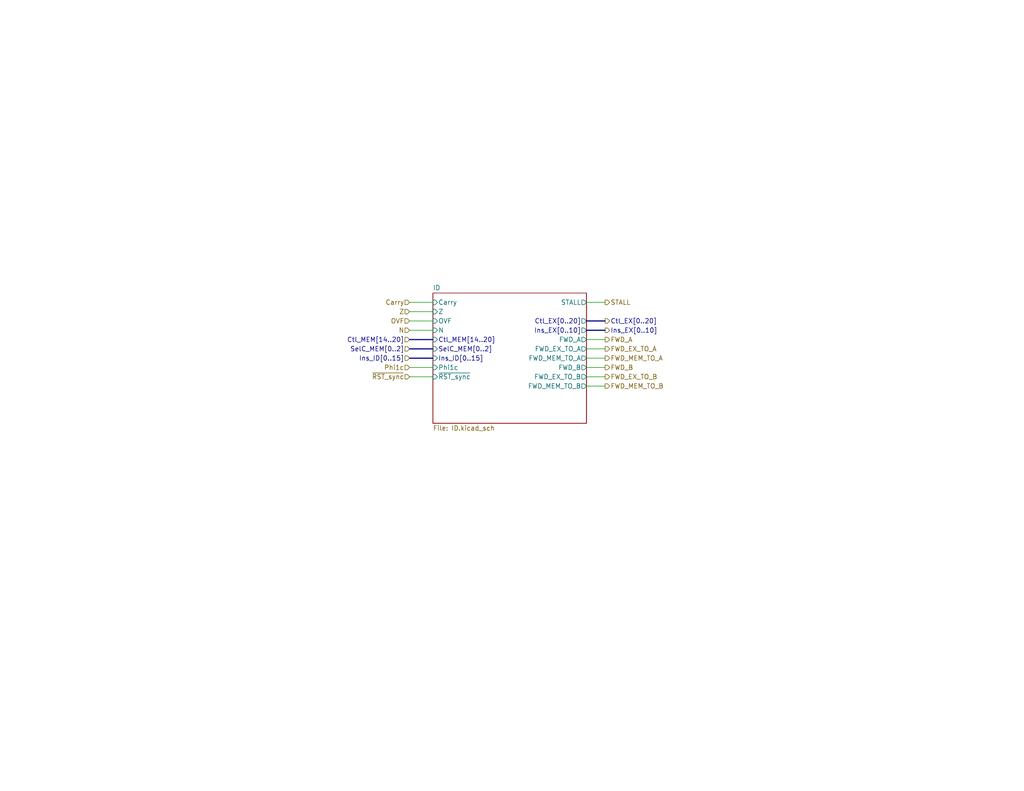
<source format=kicad_sch>
(kicad_sch
	(version 20250114)
	(generator "eeschema")
	(generator_version "9.0")
	(uuid "8440aa1c-35a0-4293-b61e-2585007d6959")
	(paper "USLetter")
	(title_block
		(date "2025-07-01")
		(rev "A")
	)
	(lib_symbols)
	(wire
		(pts
			(xy 111.76 85.09) (xy 118.11 85.09)
		)
		(stroke
			(width 0)
			(type default)
		)
		(uuid "134d2352-c1fd-4462-82b9-165c7fde5e14")
	)
	(bus
		(pts
			(xy 111.76 95.25) (xy 118.11 95.25)
		)
		(stroke
			(width 0)
			(type default)
		)
		(uuid "4df02fd0-e699-4eb5-87b7-541d724187c2")
	)
	(wire
		(pts
			(xy 111.76 100.33) (xy 118.11 100.33)
		)
		(stroke
			(width 0)
			(type default)
		)
		(uuid "548e24f5-ff93-4ecb-ad16-15631cd6ff34")
	)
	(wire
		(pts
			(xy 111.76 82.55) (xy 118.11 82.55)
		)
		(stroke
			(width 0)
			(type default)
		)
		(uuid "55cbe015-c590-4866-863b-fbaa1056a662")
	)
	(wire
		(pts
			(xy 111.76 102.87) (xy 118.11 102.87)
		)
		(stroke
			(width 0)
			(type default)
		)
		(uuid "5fd5508f-8735-49d1-b670-8f7c2f3b9466")
	)
	(wire
		(pts
			(xy 160.02 82.55) (xy 165.1 82.55)
		)
		(stroke
			(width 0)
			(type default)
		)
		(uuid "66f530c6-b6f7-4c96-a8c5-24e30b5fdc79")
	)
	(wire
		(pts
			(xy 160.02 102.87) (xy 165.1 102.87)
		)
		(stroke
			(width 0)
			(type default)
		)
		(uuid "69feeb30-bac9-45fa-9668-d635ae8192be")
	)
	(wire
		(pts
			(xy 111.76 90.17) (xy 118.11 90.17)
		)
		(stroke
			(width 0)
			(type default)
		)
		(uuid "6bc6a7fd-8093-4b39-99e7-0b4975463637")
	)
	(wire
		(pts
			(xy 160.02 97.79) (xy 165.1 97.79)
		)
		(stroke
			(width 0)
			(type default)
		)
		(uuid "729f6460-f899-4d7c-9e12-efd7b681453f")
	)
	(bus
		(pts
			(xy 160.02 90.17) (xy 165.1 90.17)
		)
		(stroke
			(width 0)
			(type default)
		)
		(uuid "768e1b12-b00d-43dc-99f1-d3061b836025")
	)
	(bus
		(pts
			(xy 111.76 92.71) (xy 118.11 92.71)
		)
		(stroke
			(width 0)
			(type default)
		)
		(uuid "7ef102c9-ad8d-434d-a779-31b67e0fcac8")
	)
	(wire
		(pts
			(xy 160.02 92.71) (xy 165.1 92.71)
		)
		(stroke
			(width 0)
			(type default)
		)
		(uuid "a80a4a34-d7ad-43d1-a130-4bf488425003")
	)
	(wire
		(pts
			(xy 111.76 87.63) (xy 118.11 87.63)
		)
		(stroke
			(width 0)
			(type default)
		)
		(uuid "b0576a9b-4b5a-4897-83d4-fb46573811d4")
	)
	(bus
		(pts
			(xy 111.76 97.79) (xy 118.11 97.79)
		)
		(stroke
			(width 0)
			(type default)
		)
		(uuid "ba42b4d4-ee46-4dd7-b8b3-b8d3087a89da")
	)
	(wire
		(pts
			(xy 160.02 105.41) (xy 165.1 105.41)
		)
		(stroke
			(width 0)
			(type default)
		)
		(uuid "d80ba1e1-d95c-4cfa-a03d-3fc188d9c9df")
	)
	(bus
		(pts
			(xy 160.02 87.63) (xy 165.1 87.63)
		)
		(stroke
			(width 0)
			(type default)
		)
		(uuid "dbd5d852-4234-4178-a436-e243142d14c2")
	)
	(wire
		(pts
			(xy 160.02 95.25) (xy 165.1 95.25)
		)
		(stroke
			(width 0)
			(type default)
		)
		(uuid "e53353e3-f997-42ae-9ce0-158b0accea00")
	)
	(wire
		(pts
			(xy 160.02 100.33) (xy 165.1 100.33)
		)
		(stroke
			(width 0)
			(type default)
		)
		(uuid "fc642f14-789c-4f29-b690-d3c7bc109ed0")
	)
	(hierarchical_label "Ctl_EX[0..20]"
		(shape output)
		(at 165.1 87.63 0)
		(effects
			(font
				(size 1.27 1.27)
			)
			(justify left)
		)
		(uuid "12ab4e10-e5c6-4f77-a2bd-c6ac1d9011fc")
	)
	(hierarchical_label "N"
		(shape input)
		(at 111.76 90.17 180)
		(effects
			(font
				(size 1.27 1.27)
			)
			(justify right)
		)
		(uuid "16cfc916-df94-4e8c-8361-2cc2ead2df16")
	)
	(hierarchical_label "Ins_ID[0..15]"
		(shape input)
		(at 111.76 97.79 180)
		(effects
			(font
				(size 1.27 1.27)
			)
			(justify right)
		)
		(uuid "1b38c4f1-3c05-4173-9d27-e0ed9d6228f0")
	)
	(hierarchical_label "FWD_A"
		(shape output)
		(at 165.1 92.71 0)
		(effects
			(font
				(size 1.27 1.27)
			)
			(justify left)
		)
		(uuid "23eebe0f-8781-4342-b9f7-0a00e0d51c3e")
	)
	(hierarchical_label "OVF"
		(shape input)
		(at 111.76 87.63 180)
		(effects
			(font
				(size 1.27 1.27)
			)
			(justify right)
		)
		(uuid "2bbe5c6b-223f-49a6-8e12-b39ed3336c65")
	)
	(hierarchical_label "Ins_EX[0..10]"
		(shape output)
		(at 165.1 90.17 0)
		(effects
			(font
				(size 1.27 1.27)
			)
			(justify left)
		)
		(uuid "2c58a9c5-9d0c-4239-a99e-ca08d8f67562")
	)
	(hierarchical_label "FWD_EX_TO_B"
		(shape output)
		(at 165.1 102.87 0)
		(effects
			(font
				(size 1.27 1.27)
			)
			(justify left)
		)
		(uuid "36165a9d-0116-4404-a9d8-f27301e3dfe4")
	)
	(hierarchical_label "SelC_MEM[0..2]"
		(shape input)
		(at 111.76 95.25 180)
		(effects
			(font
				(size 1.27 1.27)
			)
			(justify right)
		)
		(uuid "3fc79877-9801-48da-8031-5016fac6384c")
	)
	(hierarchical_label "FWD_MEM_TO_B"
		(shape output)
		(at 165.1 105.41 0)
		(effects
			(font
				(size 1.27 1.27)
			)
			(justify left)
		)
		(uuid "43630215-56e5-4374-8f80-0cfddec7a7ba")
	)
	(hierarchical_label "Z"
		(shape input)
		(at 111.76 85.09 180)
		(effects
			(font
				(size 1.27 1.27)
			)
			(justify right)
		)
		(uuid "5cb6ca61-66dc-4977-a456-505e015ded88")
	)
	(hierarchical_label "Carry"
		(shape input)
		(at 111.76 82.55 180)
		(effects
			(font
				(size 1.27 1.27)
			)
			(justify right)
		)
		(uuid "5e9907b3-70c9-4744-ae0d-a5f807de1d20")
	)
	(hierarchical_label "~{RST_sync}"
		(shape input)
		(at 111.76 102.87 180)
		(effects
			(font
				(size 1.27 1.27)
			)
			(justify right)
		)
		(uuid "64834711-2c20-4ecc-866f-7f8d3151d6be")
	)
	(hierarchical_label "FWD_EX_TO_A"
		(shape output)
		(at 165.1 95.25 0)
		(effects
			(font
				(size 1.27 1.27)
			)
			(justify left)
		)
		(uuid "66eca54f-0a69-4a7a-b4e8-6741d4c7e74b")
	)
	(hierarchical_label "Ctl_MEM[14..20]"
		(shape input)
		(at 111.76 92.71 180)
		(effects
			(font
				(size 1.27 1.27)
			)
			(justify right)
		)
		(uuid "960d17e2-a16a-4bc8-850b-d9ed1838678f")
	)
	(hierarchical_label "FWD_MEM_TO_A"
		(shape output)
		(at 165.1 97.79 0)
		(effects
			(font
				(size 1.27 1.27)
			)
			(justify left)
		)
		(uuid "a2a2a8db-c537-467d-a641-03e0fa480bce")
	)
	(hierarchical_label "FWD_B"
		(shape output)
		(at 165.1 100.33 0)
		(effects
			(font
				(size 1.27 1.27)
			)
			(justify left)
		)
		(uuid "a99250a5-2778-480e-a177-62b46faa7b52")
	)
	(hierarchical_label "STALL"
		(shape output)
		(at 165.1 82.55 0)
		(effects
			(font
				(size 1.27 1.27)
			)
			(justify left)
		)
		(uuid "bd96b048-ad17-4aac-a36a-c6d0b9dba8a9")
	)
	(hierarchical_label "Phi1c"
		(shape input)
		(at 111.76 100.33 180)
		(effects
			(font
				(size 1.27 1.27)
			)
			(justify right)
		)
		(uuid "c25a061c-fc71-47c3-9b1e-460fc917f25d")
	)
	(sheet
		(at 118.11 80.01)
		(size 41.91 35.56)
		(exclude_from_sim no)
		(in_bom yes)
		(on_board yes)
		(dnp no)
		(fields_autoplaced yes)
		(stroke
			(width 0)
			(type solid)
		)
		(fill
			(color 0 0 0 0.0000)
		)
		(uuid "101aadd6-c8f8-4873-8d28-86528ab686cf")
		(property "Sheetname" "ID"
			(at 118.11 79.2984 0)
			(effects
				(font
					(size 1.27 1.27)
				)
				(justify left bottom)
			)
		)
		(property "Sheetfile" "ID.kicad_sch"
			(at 118.11 116.1546 0)
			(effects
				(font
					(size 1.27 1.27)
				)
				(justify left top)
			)
		)
		(pin "Z" input
			(at 118.11 85.09 180)
			(uuid "9522c1ec-cfa4-4242-887a-b52b07e33398")
			(effects
				(font
					(size 1.27 1.27)
				)
				(justify left)
			)
		)
		(pin "Carry" input
			(at 118.11 82.55 180)
			(uuid "0c037872-0560-45e7-a1c7-ea9950f8042b")
			(effects
				(font
					(size 1.27 1.27)
				)
				(justify left)
			)
		)
		(pin "Ins_ID[0..15]" input
			(at 118.11 97.79 180)
			(uuid "a7880cbb-c87c-48f0-8d2f-cc30d01096df")
			(effects
				(font
					(size 1.27 1.27)
				)
				(justify left)
			)
		)
		(pin "Ctl_EX[0..20]" output
			(at 160.02 87.63 0)
			(uuid "1d226c2d-b417-434e-a000-4bbba2392bd6")
			(effects
				(font
					(size 1.27 1.27)
				)
				(justify right)
			)
		)
		(pin "OVF" input
			(at 118.11 87.63 180)
			(uuid "525437c1-ca2a-49e4-acdd-7dcda537adf5")
			(effects
				(font
					(size 1.27 1.27)
				)
				(justify left)
			)
		)
		(pin "Ins_EX[0..10]" output
			(at 160.02 90.17 0)
			(uuid "13fe499a-9550-4245-b139-526bd7c0fc5f")
			(effects
				(font
					(size 1.27 1.27)
				)
				(justify right)
			)
		)
		(pin "STALL" output
			(at 160.02 82.55 0)
			(uuid "4ebaa487-6e9b-4bd6-b30b-23f3a5456f78")
			(effects
				(font
					(size 1.27 1.27)
				)
				(justify right)
			)
		)
		(pin "Ctl_MEM[14..20]" input
			(at 118.11 92.71 180)
			(uuid "1133eded-213a-4cc8-819e-872ef6c17768")
			(effects
				(font
					(size 1.27 1.27)
				)
				(justify left)
			)
		)
		(pin "SelC_MEM[0..2]" input
			(at 118.11 95.25 180)
			(uuid "1df31a36-e37f-473e-89f6-778dc66da28a")
			(effects
				(font
					(size 1.27 1.27)
				)
				(justify left)
			)
		)
		(pin "FWD_EX_TO_B" output
			(at 160.02 102.87 0)
			(uuid "01fa686e-f850-4928-8506-dce24766f9ef")
			(effects
				(font
					(size 1.27 1.27)
				)
				(justify right)
			)
		)
		(pin "FWD_MEM_TO_B" output
			(at 160.02 105.41 0)
			(uuid "63219226-5133-4e2a-b5a4-0eeb9d1127a8")
			(effects
				(font
					(size 1.27 1.27)
				)
				(justify right)
			)
		)
		(pin "FWD_B" output
			(at 160.02 100.33 0)
			(uuid "cae51ad3-fe09-42eb-a719-539f6c621861")
			(effects
				(font
					(size 1.27 1.27)
				)
				(justify right)
			)
		)
		(pin "FWD_EX_TO_A" output
			(at 160.02 95.25 0)
			(uuid "9e73d1c9-d0fd-4a4d-9e72-c498cd488b11")
			(effects
				(font
					(size 1.27 1.27)
				)
				(justify right)
			)
		)
		(pin "FWD_MEM_TO_A" output
			(at 160.02 97.79 0)
			(uuid "5a22a6ac-1fd2-499a-be99-4bdb3ae12e29")
			(effects
				(font
					(size 1.27 1.27)
				)
				(justify right)
			)
		)
		(pin "FWD_A" output
			(at 160.02 92.71 0)
			(uuid "af7a6e5f-5b57-4460-9821-fb603757e608")
			(effects
				(font
					(size 1.27 1.27)
				)
				(justify right)
			)
		)
		(pin "Phi1c" input
			(at 118.11 100.33 180)
			(uuid "659491b4-0bcf-4f02-a277-91e46d2c1215")
			(effects
				(font
					(size 1.27 1.27)
				)
				(justify left)
			)
		)
		(pin "~{RST_sync}" input
			(at 118.11 102.87 180)
			(uuid "af50eeda-8441-428c-b377-9688dc7db21c")
			(effects
				(font
					(size 1.27 1.27)
				)
				(justify left)
			)
		)
		(pin "N" input
			(at 118.11 90.17 180)
			(uuid "5ef72d29-272b-4bd5-82b6-f3f025350ffa")
			(effects
				(font
					(size 1.27 1.27)
				)
				(justify left)
			)
		)
		(instances
			(project "MainBoard"
				(path "/83c5181e-f5ee-453c-ae5c-d7256ba8837d/333b4292-93f5-442d-a859-8b1da2cd4698"
					(page "19")
				)
			)
		)
	)
)

</source>
